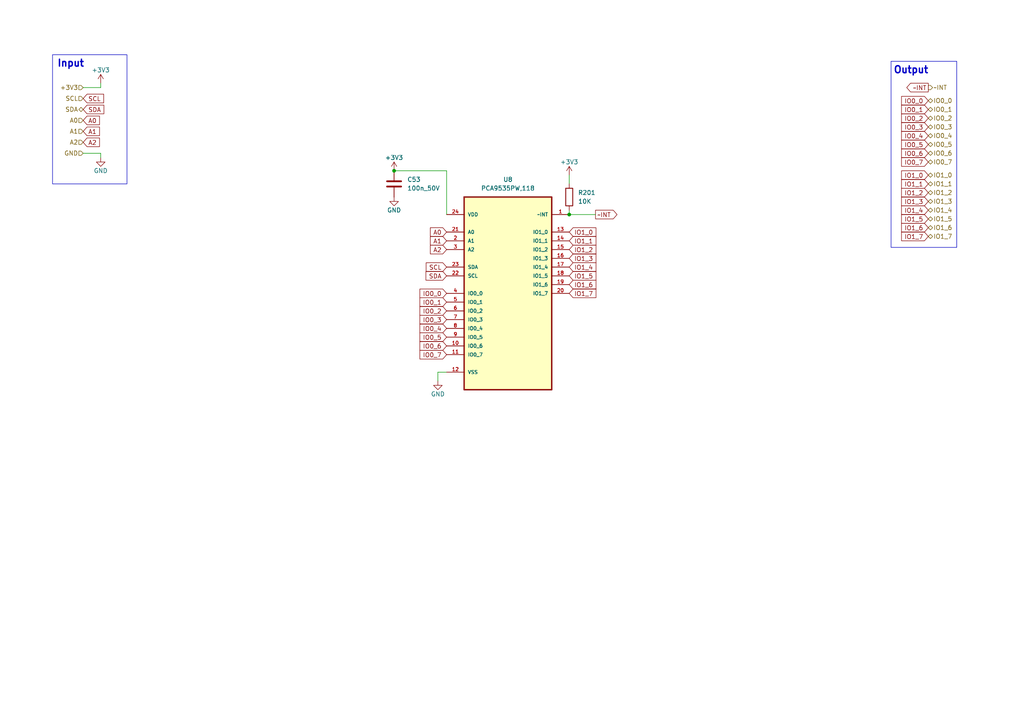
<source format=kicad_sch>
(kicad_sch (version 20231120) (generator "eeschema") (generator_version "8.0")
  (paper "A4")
  (lib_symbols
    (symbol "_C_0402:100n_50V" (pin_numbers hide) (pin_names (offset 0.254))
      (property "Reference" "C" (at 0.635 2.54 0))
      (property "Value" "100n_50V" (at 0.635 -2.54 0))
      (symbol "100n_50V_0_1"
        (polyline (pts (xy -2.032 -0.762) (xy 2.032 -0.762)) (stroke (width 0.508)))
        (polyline (pts (xy -2.032 0.762) (xy 2.032 0.762)) (stroke (width 0.508)))
      )
      (symbol "100n_50V_1_1"
        (pin passive line (at 0 3.81 270) (length 2.794) (name "~") (number "1"))
        (pin passive line (at 0 -3.81 90) (length 2.794) (name "~") (number "2"))
      )
    )
    (symbol "_Interface_Expansion:PCA9535PW,118" (pin_names (offset 1.016))
      (property "Reference" "U" (at -11.938 25.908 0))
      (property "Value" "PCA9535PW,118" (at -7.366 -33.274 0))
      (symbol "PCA9535PW,118_0_0"
        (rectangle (start -12.7 -30.48) (end 12.7 25.4) (stroke (width 0.4064)) (fill (type background)))
        (pin output line (at 17.78 20.32 180) (length 5.08) (name "~INT") (number "1"))
        (pin bidirectional line (at -17.78 -17.78 0) (length 5.08) (name "IO0_6") (number "10"))
        (pin bidirectional line (at -17.78 -20.32 0) (length 5.08) (name "IO0_7") (number "11"))
        (pin passive line (at -17.78 -25.4 0) (length 5.08) (name "VSS") (number "12"))
        (pin bidirectional line (at 17.78 15.24 180) (length 5.08) (name "IO1_0") (number "13"))
        (pin bidirectional line (at 17.78 12.7 180) (length 5.08) (name "IO1_1") (number "14"))
        (pin bidirectional line (at 17.78 10.16 180) (length 5.08) (name "IO1_2") (number "15"))
        (pin bidirectional line (at 17.78 7.62 180) (length 5.08) (name "IO1_3") (number "16"))
        (pin bidirectional line (at 17.78 5.08 180) (length 5.08) (name "IO1_4") (number "17"))
        (pin bidirectional line (at 17.78 2.54 180) (length 5.08) (name "IO1_5") (number "18"))
        (pin bidirectional line (at 17.78 0 180) (length 5.08) (name "IO1_6") (number "19"))
        (pin input line (at -17.78 12.7 0) (length 5.08) (name "A1") (number "2"))
        (pin bidirectional line (at 17.78 -2.54 180) (length 5.08) (name "IO1_7") (number "20"))
        (pin input line (at -17.78 15.24 0) (length 5.08) (name "A0") (number "21"))
        (pin input line (at -17.78 2.54 0) (length 5.08) (name "SCL") (number "22"))
        (pin bidirectional line (at -17.78 5.08 0) (length 5.08) (name "SDA") (number "23"))
        (pin power_in line (at -17.78 20.32 0) (length 5.08) (name "VDD") (number "24"))
        (pin input line (at -17.78 10.16 0) (length 5.08) (name "A2") (number "3"))
        (pin bidirectional line (at -17.78 -2.54 0) (length 5.08) (name "IO0_0") (number "4"))
        (pin bidirectional line (at -17.78 -5.08 0) (length 5.08) (name "IO0_1") (number "5"))
        (pin bidirectional line (at -17.78 -7.62 0) (length 5.08) (name "IO0_2") (number "6"))
        (pin bidirectional line (at -17.78 -10.16 0) (length 5.08) (name "IO0_3") (number "7"))
        (pin bidirectional line (at -17.78 -12.7 0) (length 5.08) (name "IO0_4") (number "8"))
        (pin bidirectional line (at -17.78 -15.24 0) (length 5.08) (name "IO0_5") (number "9"))
      )
    )
    (symbol "_R_0402:10K" (pin_numbers hide) (pin_names (offset 0))
      (property "Reference" "R" (at 2.032 0 90))
      (property "Value" "10K" (at 0 0 90))
      (symbol "10K_0_1"
        (rectangle (start -1.016 -2.54) (end 1.016 2.54) (stroke (width 0.254)))
      )
      (symbol "10K_1_1"
        (pin passive line (at 0 3.81 270) (length 1.27) (name "~") (number "1"))
        (pin passive line (at 0 -3.81 90) (length 1.27) (name "~") (number "2"))
      )
    )
    (symbol "power:+3V3" (power) (pin_names (offset 0))
      (property "Value" "+3V3" (at 0 3.556 0))
      (symbol "+3V3_0_1"
        (polyline (pts (xy -0.762 1.27) (xy 0 2.54)))
        (polyline (pts (xy 0 0) (xy 0 2.54)))
        (polyline (pts (xy 0 2.54) (xy 0.762 1.27)))
      )
      (symbol "+3V3_1_1"
        (pin power_in line (at 0 0 90) (length 0) hide (name "+3V3") (number "1"))
      )
    )
    (symbol "power:GND" (power) (pin_names (offset 0))
      (property "Value" "GND" (at 0 -3.81 0))
      (symbol "GND_0_1"
        (polyline (pts (xy 0 0) (xy 0 -1.27) (xy 1.27 -1.27) (xy 0 -2.54) (xy -1.27 -1.27) (xy 0 -1.27)))
      )
      (symbol "GND_1_1"
        (pin power_in line (at 0 0 270) (length 0) hide (name "GND") (number "1"))
      )
    )
  )
  (junction (at 165.1 62.23))
  (junction (at 114.3 49.53))
  (wire (pts (xy 127 107.95) (xy 129.54 107.95)))
  (wire (pts (xy 29.21 24.13) (xy 29.21 25.4)))
  (wire (pts (xy 24.13 25.4) (xy 29.21 25.4)))
  (wire (pts (xy 24.13 44.45) (xy 29.21 44.45)))
  (wire (pts (xy 165.1 62.23) (xy 165.1 60.96)))
  (wire (pts (xy 29.21 44.45) (xy 29.21 45.72)))
  (wire (pts (xy 165.1 62.23) (xy 172.72 62.23)))
  (wire (pts (xy 165.1 50.8) (xy 165.1 53.34)))
  (wire (pts (xy 129.54 49.53) (xy 114.3 49.53)))
  (wire (pts (xy 127 110.49) (xy 127 107.95)))
  (wire (pts (xy 129.54 62.23) (xy 129.54 49.53)))
  (rectangle (start 15.24 15.875) (end 36.83 53.34))
  (rectangle (start 258.445 17.78) (end 277.495 71.755))
  (text "Output" (at 259.08 21.59 0) (effects (font (size 2 2) (thickness 0.4) (bold yes)) (justify left bottom)))
  (text "Input" (at 16.51 19.685 0) (effects (font (size 2 2) (thickness 0.4) (bold yes)) (justify left bottom)))
  (global_label "A1" (shape input) (at 129.54 69.85 180) (property "Intersheetrefs" "${INTERSHEET_REFS}" (effects (hide yes))))
  (global_label "IO1_7" (shape input) (at 269.24 68.58 180) (property "Intersheetrefs" "${INTERSHEET_REFS}" (effects (hide yes))))
  (global_label "IO0_5" (shape input) (at 269.24 41.91 180) (property "Intersheetrefs" "${INTERSHEET_REFS}" (effects (hide yes))))
  (global_label "IO1_4" (shape input) (at 165.1 77.47 0) (property "Intersheetrefs" "${INTERSHEET_REFS}" (effects (hide yes))))
  (global_label "IO1_2" (shape input) (at 269.24 55.88 180) (property "Intersheetrefs" "${INTERSHEET_REFS}" (effects (hide yes))))
  (global_label "IO0_6" (shape input) (at 269.24 44.45 180) (property "Intersheetrefs" "${INTERSHEET_REFS}" (effects (hide yes))))
  (global_label "SDA" (shape input) (at 129.54 80.01 180) (property "Intersheetrefs" "${INTERSHEET_REFS}" (effects (hide yes))))
  (global_label "SDA" (shape input) (at 24.13 31.75 0) (property "Intersheetrefs" "${INTERSHEET_REFS}" (effects (hide yes))))
  (global_label "IO0_4" (shape input) (at 129.54 95.25 180) (property "Intersheetrefs" "${INTERSHEET_REFS}" (effects (hide yes))))
  (global_label "IO0_1" (shape input) (at 129.54 87.63 180) (property "Intersheetrefs" "${INTERSHEET_REFS}" (effects (hide yes))))
  (global_label "SCL" (shape input) (at 24.13 28.575 0) (property "Intersheetrefs" "${INTERSHEET_REFS}" (effects (hide yes))))
  (global_label "IO1_0" (shape input) (at 165.1 67.31 0) (property "Intersheetrefs" "${INTERSHEET_REFS}" (effects (hide yes))))
  (global_label "IO1_1" (shape input) (at 269.24 53.34 180) (property "Intersheetrefs" "${INTERSHEET_REFS}" (effects (hide yes))))
  (global_label "IO0_0" (shape input) (at 269.24 29.21 180) (property "Intersheetrefs" "${INTERSHEET_REFS}" (effects (hide yes))))
  (global_label "IO1_2" (shape input) (at 165.1 72.39 0) (property "Intersheetrefs" "${INTERSHEET_REFS}" (effects (hide yes))))
  (global_label "IO1_7" (shape input) (at 165.1 85.09 0) (property "Intersheetrefs" "${INTERSHEET_REFS}" (effects (hide yes))))
  (global_label "IO1_6" (shape input) (at 165.1 82.55 0) (property "Intersheetrefs" "${INTERSHEET_REFS}" (effects (hide yes))))
  (global_label "IO0_2" (shape input) (at 129.54 90.17 180) (property "Intersheetrefs" "${INTERSHEET_REFS}" (effects (hide yes))))
  (global_label "~INT" (shape output) (at 269.24 25.4 180) (property "Intersheetrefs" "${INTERSHEET_REFS}" (effects (hide yes))))
  (global_label "IO1_1" (shape input) (at 165.1 69.85 0) (property "Intersheetrefs" "${INTERSHEET_REFS}" (effects (hide yes))))
  (global_label "IO0_4" (shape input) (at 269.24 39.37 180) (property "Intersheetrefs" "${INTERSHEET_REFS}" (effects (hide yes))))
  (global_label "IO0_2" (shape input) (at 269.24 34.29 180) (property "Intersheetrefs" "${INTERSHEET_REFS}" (effects (hide yes))))
  (global_label "IO0_0" (shape input) (at 129.54 85.09 180) (property "Intersheetrefs" "${INTERSHEET_REFS}" (effects (hide yes))))
  (global_label "IO1_0" (shape input) (at 269.24 50.8 180) (property "Intersheetrefs" "${INTERSHEET_REFS}" (effects (hide yes))))
  (global_label "SCL" (shape input) (at 129.54 77.47 180) (property "Intersheetrefs" "${INTERSHEET_REFS}" (effects (hide yes))))
  (global_label "IO0_7" (shape input) (at 269.24 46.99 180) (property "Intersheetrefs" "${INTERSHEET_REFS}" (effects (hide yes))))
  (global_label "IO0_3" (shape input) (at 269.24 36.83 180) (property "Intersheetrefs" "${INTERSHEET_REFS}" (effects (hide yes))))
  (global_label "A0" (shape input) (at 24.13 34.925 0) (property "Intersheetrefs" "${INTERSHEET_REFS}" (effects (hide yes))))
  (global_label "IO1_6" (shape input) (at 269.24 66.04 180) (property "Intersheetrefs" "${INTERSHEET_REFS}" (effects (hide yes))))
  (global_label "IO1_3" (shape input) (at 269.24 58.42 180) (property "Intersheetrefs" "${INTERSHEET_REFS}" (effects (hide yes))))
  (global_label "IO1_3" (shape input) (at 165.1 74.93 0) (property "Intersheetrefs" "${INTERSHEET_REFS}" (effects (hide yes))))
  (global_label "~INT" (shape output) (at 172.72 62.23 0) (property "Intersheetrefs" "${INTERSHEET_REFS}" (effects (hide yes))))
  (global_label "IO0_5" (shape input) (at 129.54 97.79 180) (property "Intersheetrefs" "${INTERSHEET_REFS}" (effects (hide yes))))
  (global_label "A2" (shape input) (at 24.13 41.275 0) (property "Intersheetrefs" "${INTERSHEET_REFS}" (effects (hide yes))))
  (global_label "A0" (shape input) (at 129.54 67.31 180) (property "Intersheetrefs" "${INTERSHEET_REFS}" (effects (hide yes))))
  (global_label "IO1_4" (shape input) (at 269.24 60.96 180) (property "Intersheetrefs" "${INTERSHEET_REFS}" (effects (hide yes))))
  (global_label "IO0_1" (shape input) (at 269.24 31.75 180) (property "Intersheetrefs" "${INTERSHEET_REFS}" (effects (hide yes))))
  (global_label "IO1_5" (shape input) (at 269.24 63.5 180) (property "Intersheetrefs" "${INTERSHEET_REFS}" (effects (hide yes))))
  (global_label "IO0_6" (shape input) (at 129.54 100.33 180) (property "Intersheetrefs" "${INTERSHEET_REFS}" (effects (hide yes))))
  (global_label "IO1_5" (shape input) (at 165.1 80.01 0) (property "Intersheetrefs" "${INTERSHEET_REFS}" (effects (hide yes))))
  (global_label "IO0_7" (shape input) (at 129.54 102.87 180) (property "Intersheetrefs" "${INTERSHEET_REFS}" (effects (hide yes))))
  (global_label "A2" (shape input) (at 129.54 72.39 180) (property "Intersheetrefs" "${INTERSHEET_REFS}" (effects (hide yes))))
  (global_label "A1" (shape input) (at 24.13 38.1 0) (property "Intersheetrefs" "${INTERSHEET_REFS}" (effects (hide yes))))
  (global_label "IO0_3" (shape input) (at 129.54 92.71 180) (property "Intersheetrefs" "${INTERSHEET_REFS}" (effects (hide yes))))
  (hierarchical_label "+3V3" (shape input) (at 24.13 25.4 180))
  (hierarchical_label "IO1_2" (shape bidirectional) (at 269.24 55.88 0))
  (hierarchical_label "A0" (shape input) (at 24.13 34.925 180))
  (hierarchical_label "IO0_2" (shape bidirectional) (at 269.24 34.29 0))
  (hierarchical_label "SDA" (shape bidirectional) (at 24.13 31.75 180))
  (hierarchical_label "IO0_4" (shape bidirectional) (at 269.24 39.37 0))
  (hierarchical_label "IO1_1" (shape bidirectional) (at 269.24 53.34 0))
  (hierarchical_label "IO0_7" (shape bidirectional) (at 269.24 46.99 0))
  (hierarchical_label "IO1_7" (shape bidirectional) (at 269.24 68.58 0))
  (hierarchical_label "A2" (shape input) (at 24.13 41.275 180))
  (hierarchical_label "GND" (shape input) (at 24.13 44.45 180))
  (hierarchical_label "IO1_4" (shape bidirectional) (at 269.24 60.96 0))
  (hierarchical_label "A1" (shape input) (at 24.13 38.1 180))
  (hierarchical_label "IO1_5" (shape bidirectional) (at 269.24 63.5 0))
  (hierarchical_label "IO1_3" (shape bidirectional) (at 269.24 58.42 0))
  (hierarchical_label "SCL" (shape input) (at 24.13 28.575 180))
  (hierarchical_label "IO0_5" (shape bidirectional) (at 269.24 41.91 0))
  (hierarchical_label "IO0_0" (shape bidirectional) (at 269.24 29.21 0))
  (hierarchical_label "~INT" (shape output) (at 269.24 25.4 0))
  (hierarchical_label "IO0_3" (shape bidirectional) (at 269.24 36.83 0))
  (hierarchical_label "IO1_6" (shape bidirectional) (at 269.24 66.04 0))
  (hierarchical_label "IO0_6" (shape bidirectional) (at 269.24 44.45 0))
  (hierarchical_label "IO0_1" (shape bidirectional) (at 269.24 31.75 0))
  (hierarchical_label "IO1_0" (shape bidirectional) (at 269.24 50.8 0))
  (symbol (lib_id "power:+3V3") (at 114.3 49.53 0) (unit 1)
    (property "Reference" "#PWR0218" (effects (hide yes)))
    (property "Value" "+3V3" (at 114.3 45.72 0))
    (instances (project "Partial_Drawer_Controller_v1" (path "" (reference "#PWR0218") (unit 1)) (path "" (reference "#PWR0224") (unit 1)) (path "" (reference "#PWR0230") (unit 1))))
  )
  (symbol (lib_id "power:GND") (at 114.3 57.15 0) (unit 1)
    (property "Reference" "#PWR0231" (effects (hide yes)))
    (property "Value" "GND" (at 114.3 60.96 0))
    (instances (project "Partial_Drawer_Controller_v1" (path "" (reference "#PWR0219") (unit 1)) (path "" (reference "#PWR0225") (unit 1)) (path "" (reference "#PWR0231") (unit 1))))
  )
  (symbol (lib_id "_Interface_Expansion:PCA9535PW,118") (at 147.32 82.55 0) (unit 1)
    (property "Reference" "U8" (at 147.32 52.07 0))
    (property "Value" "PCA9535PW,118" (at 147.32 54.61 0))
    (property "Footprint" "Package_SO:TSSOP-24_4.4x7.8mm_P0.65mm" (effects (hide yes)))
    (property "Datasheet" "https://wmsc.lcsc.com/wmsc/upload/file/pdf/v2/lcsc/2304140030_NXP-Semicon-PCA9535PW-118_C255606.pdf" (effects (hide yes)))
    (property "Description" "16xI/O Expander 400kHz TSSOP-24" (effects (hide yes)))
    (property "MF" "NXP USA" (effects (hide yes)))
    (property "PACKAGE" "TSSOP-24" (effects (hide yes)))
    (property "MPN" "PCA9535PW,118" (effects (hide yes)))
    (property "Price" "None" (effects (hide yes)))
    (property "Package" "TSSOP-24 NXP Semiconductors" (effects (hide yes)))
    (property "OC_FARNELL" "-" (effects (hide yes)))
    (property "MP" "PCA9535PW,118" (effects (hide yes)))
    (property "SUPPLIER" "NXP" (effects (hide yes)))
    (property "OC_NEWARK" "70R6541" (effects (hide yes)))
    (property "MF_1" "NXP Semicon" (effects (hide yes)))
    (property "MPN_1" "PCA9535PW,118" (effects (hide yes)))
    (property "OC_LCSC" "C255606" (effects (hide yes)))
    (instances (project "Partial_Drawer_Controller_v1" (path "" (reference "U8") (unit 1)) (path "" (reference "U9") (unit 1)) (path "" (reference "U10") (unit 1))))
  )
  (symbol (lib_id "_R_0402:10K") (at 165.1 57.15 0) (unit 1)
    (property "Reference" "R203" (at 167.64 55.8799 0) (effects (justify left)))
    (property "Value" "10K" (at 167.64 58.4199 0) (effects (justify left)))
    (property "Footprint" "Resistor_SMD:R_0402_1005Metric" (effects (hide yes)))
    (property "Description" "Resistor 10K 1% 62.5mW 50V 0402" (effects (hide yes)))
    (property "MF" "UNI-ROYAL" (effects (hide yes)))
    (property "MPN" "0402WGF1002TCE" (effects (hide yes)))
    (property "OC_LCSC" "C25744" (effects (hide yes)))
    (instances (project "Partial_Drawer_Controller_v1" (path "" (reference "R201") (unit 1)) (path "" (reference "R202") (unit 1)) (path "" (reference "R203") (unit 1))))
  )
  (symbol (lib_id "_C_0402:100n_50V") (at 114.3 53.34 0) (unit 1)
    (property "Reference" "C55" (at 118.11 52.0699 0) (effects (justify left)))
    (property "Value" "100n_50V" (at 118.11 54.6099 0) (effects (justify left)))
    (property "Footprint" "Capacitor_SMD:C_0402_1005Metric" (effects (hide yes)))
    (property "Datasheet" "https://product.samsungsem.com/mlcc/CL05B104KB54PN.do" (effects (hide yes)))
    (property "Description" "Capacitor 100nF 50V X7R 10% 0402" (effects (hide yes)))
    (property "MF" "Samsung Electro-Mechanics" (effects (hide yes)))
    (property "MPN" "CL05B104KB54PNC" (effects (hide yes)))
    (property "OC_LCSC" "C307331" (effects (hide yes)))
    (instances (project "Partial_Drawer_Controller_v1" (path "" (reference "C53") (unit 1)) (path "" (reference "C54") (unit 1)) (path "" (reference "C55") (unit 1))))
  )
  (symbol (lib_id "power:GND") (at 29.21 45.72 0) (unit 1)
    (property "Reference" "#PWR0229" (effects (hide yes)))
    (property "Value" "GND" (at 29.21 49.53 0))
    (instances (project "Partial_Drawer_Controller_v1" (path "" (reference "#PWR0217") (unit 1)) (path "" (reference "#PWR0223") (unit 1)) (path "" (reference "#PWR0229") (unit 1))))
  )
  (symbol (lib_id "power:+3V3") (at 29.21 24.13 0) (unit 1)
    (property "Reference" "#PWR0216" (effects (hide yes)))
    (property "Value" "+3V3" (at 29.21 20.32 0))
    (instances (project "Partial_Drawer_Controller_v1" (path "" (reference "#PWR0216") (unit 1)) (path "" (reference "#PWR0222") (unit 1)) (path "" (reference "#PWR0228") (unit 1))))
  )
  (symbol (lib_id "power:+3V3") (at 165.1 50.8 0) (unit 1)
    (property "Reference" "#PWR0221" (effects (hide yes)))
    (property "Value" "+3V3" (at 165.1 46.99 0))
    (instances (project "Partial_Drawer_Controller_v1" (path "" (reference "#PWR0221") (unit 1)) (path "" (reference "#PWR0227") (unit 1)) (path "" (reference "#PWR0233") (unit 1))))
  )
  (symbol (lib_id "power:GND") (at 127 110.49 0) (unit 1)
    (property "Reference" "#PWR0232" (effects (hide yes)))
    (property "Value" "GND" (at 127 114.3 0))
    (instances (project "Partial_Drawer_Controller_v1" (path "" (reference "#PWR0220") (unit 1)) (path "" (reference "#PWR0226") (unit 1)) (path "" (reference "#PWR0232") (unit 1))))
  )
)
</source>
